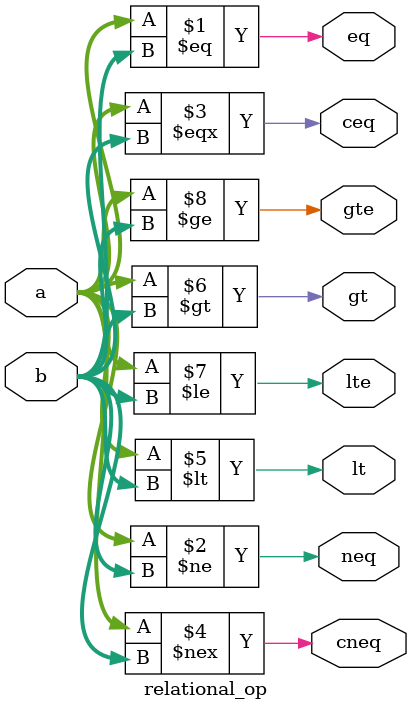
<source format=v>
`timescale 1ns / 1ps
module relational_op( input[3:0]a,b, output eq,neq,ceq,cneq,lt,gt,lte,gte);

assign eq=(a==b);
assign neq=(a!=b);
assign ceq=(a===b);
assign cneq=(a!==b);
assign lt=(a<b);
assign gt=(a>b);
assign lte=(a<=b);
assign gte=(a>=b);

endmodule

</source>
